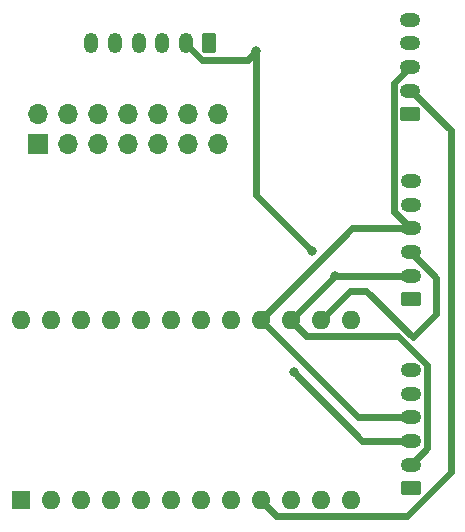
<source format=gbr>
%TF.GenerationSoftware,KiCad,Pcbnew,(6.0.9)*%
%TF.CreationDate,2023-01-21T18:50:51-09:00*%
%TF.ProjectId,CONTROLLER_Stick,434f4e54-524f-44c4-9c45-525f53746963,rev?*%
%TF.SameCoordinates,Original*%
%TF.FileFunction,Copper,L3,Inr*%
%TF.FilePolarity,Positive*%
%FSLAX46Y46*%
G04 Gerber Fmt 4.6, Leading zero omitted, Abs format (unit mm)*
G04 Created by KiCad (PCBNEW (6.0.9)) date 2023-01-21 18:50:51*
%MOMM*%
%LPD*%
G01*
G04 APERTURE LIST*
G04 Aperture macros list*
%AMRoundRect*
0 Rectangle with rounded corners*
0 $1 Rounding radius*
0 $2 $3 $4 $5 $6 $7 $8 $9 X,Y pos of 4 corners*
0 Add a 4 corners polygon primitive as box body*
4,1,4,$2,$3,$4,$5,$6,$7,$8,$9,$2,$3,0*
0 Add four circle primitives for the rounded corners*
1,1,$1+$1,$2,$3*
1,1,$1+$1,$4,$5*
1,1,$1+$1,$6,$7*
1,1,$1+$1,$8,$9*
0 Add four rect primitives between the rounded corners*
20,1,$1+$1,$2,$3,$4,$5,0*
20,1,$1+$1,$4,$5,$6,$7,0*
20,1,$1+$1,$6,$7,$8,$9,0*
20,1,$1+$1,$8,$9,$2,$3,0*%
G04 Aperture macros list end*
%TA.AperFunction,ComponentPad*%
%ADD10RoundRect,0.250000X0.625000X-0.350000X0.625000X0.350000X-0.625000X0.350000X-0.625000X-0.350000X0*%
%TD*%
%TA.AperFunction,ComponentPad*%
%ADD11O,1.750000X1.200000*%
%TD*%
%TA.AperFunction,ComponentPad*%
%ADD12R,1.600000X1.600000*%
%TD*%
%TA.AperFunction,ComponentPad*%
%ADD13O,1.600000X1.600000*%
%TD*%
%TA.AperFunction,ComponentPad*%
%ADD14RoundRect,0.250000X0.350000X0.625000X-0.350000X0.625000X-0.350000X-0.625000X0.350000X-0.625000X0*%
%TD*%
%TA.AperFunction,ComponentPad*%
%ADD15O,1.200000X1.750000*%
%TD*%
%TA.AperFunction,ComponentPad*%
%ADD16O,1.700000X1.700000*%
%TD*%
%TA.AperFunction,ComponentPad*%
%ADD17R,1.700000X1.700000*%
%TD*%
%TA.AperFunction,ViaPad*%
%ADD18C,0.800000*%
%TD*%
%TA.AperFunction,Conductor*%
%ADD19C,0.609600*%
%TD*%
G04 APERTURE END LIST*
D10*
%TO.N,+5V*%
%TO.C,J4*%
X35000000Y-10000000D03*
D11*
%TO.N,/CSg*%
X35000000Y-8000000D03*
%TO.N,/SCK*%
X35000000Y-6000000D03*
%TO.N,/MISOg*%
X35000000Y-4000000D03*
%TO.N,GND*%
X35000000Y-2000000D03*
%TD*%
D10*
%TO.N,+5V*%
%TO.C,J2*%
X35024000Y-41670000D03*
D11*
%TO.N,/MISO*%
X35024000Y-39670000D03*
%TO.N,/MOSI*%
X35024000Y-37670000D03*
%TO.N,/SCK*%
X35024000Y-35670000D03*
%TO.N,/CSy*%
X35024000Y-33670000D03*
%TO.N,GND*%
X35024000Y-31670000D03*
%TD*%
D10*
%TO.N,+5V*%
%TO.C,J1*%
X35024000Y-25670000D03*
D11*
%TO.N,/MISO*%
X35024000Y-23670000D03*
%TO.N,/MOSI*%
X35024000Y-21670000D03*
%TO.N,/SCK*%
X35024000Y-19670000D03*
%TO.N,/CSx*%
X35024000Y-17670000D03*
%TO.N,GND*%
X35024000Y-15670000D03*
%TD*%
D12*
%TO.N,/D1*%
%TO.C,U1*%
X2004000Y-42688000D03*
D13*
%TO.N,/D0*%
X4544000Y-42688000D03*
%TO.N,GND*%
X7084000Y-42688000D03*
X9624000Y-42688000D03*
%TO.N,/D2*%
X12164000Y-42688000D03*
%TO.N,/~{D3}*%
X14704000Y-42688000D03*
%TO.N,/D4A6*%
X17244000Y-42688000D03*
%TO.N,/~{D5}*%
X19784000Y-42688000D03*
%TO.N,/CSg*%
X22324000Y-42688000D03*
%TO.N,/CSz*%
X24864000Y-42688000D03*
%TO.N,/CSy*%
X27404000Y-42688000D03*
%TO.N,/CSx*%
X29944000Y-42688000D03*
%TO.N,/~{D10A10}*%
X29944000Y-27448000D03*
%TO.N,/MOSI*%
X27404000Y-27448000D03*
%TO.N,/MISO*%
X24864000Y-27448000D03*
%TO.N,/SCK*%
X22324000Y-27448000D03*
%TO.N,/A0*%
X19784000Y-27448000D03*
%TO.N,/A1*%
X17244000Y-27448000D03*
%TO.N,/A2*%
X14704000Y-27448000D03*
%TO.N,/A3*%
X12164000Y-27448000D03*
%TO.N,+5V*%
X9624000Y-27448000D03*
%TO.N,/RST*%
X7084000Y-27448000D03*
%TO.N,GND*%
X4544000Y-27448000D03*
%TO.N,Net-(U1-Pad24)*%
X2004000Y-27448000D03*
%TD*%
D14*
%TO.N,+5V*%
%TO.C,J3*%
X18000000Y-4000000D03*
D15*
%TO.N,/MISO*%
X16000000Y-4000000D03*
%TO.N,/MOSI*%
X14000000Y-4000000D03*
%TO.N,/SCK*%
X12000000Y-4000000D03*
%TO.N,/CSz*%
X10000000Y-4000000D03*
%TO.N,GND*%
X8000000Y-4000000D03*
%TD*%
D16*
%TO.N,GND*%
%TO.C,J5*%
X18740000Y-9960000D03*
X18740000Y-12500000D03*
%TO.N,/~{D10A10}*%
X16200000Y-9960000D03*
%TO.N,/~{D5}*%
X16200000Y-12500000D03*
%TO.N,/A0*%
X13660000Y-9960000D03*
%TO.N,/D4A6*%
X13660000Y-12500000D03*
%TO.N,/A1*%
X11120000Y-9960000D03*
%TO.N,/~{D3}*%
X11120000Y-12500000D03*
%TO.N,/A2*%
X8580000Y-9960000D03*
%TO.N,/D2*%
X8580000Y-12500000D03*
%TO.N,/A3*%
X6040000Y-9960000D03*
%TO.N,/D0*%
X6040000Y-12500000D03*
%TO.N,+5V*%
X3500000Y-9960000D03*
D17*
%TO.N,/D1*%
X3500000Y-12500000D03*
%TD*%
D18*
%TO.N,/MOSI*%
X25146000Y-31859500D03*
%TO.N,/MISO*%
X21971000Y-4681500D03*
X26670000Y-21572500D03*
X28642000Y-23670000D03*
%TD*%
D19*
%TO.N,/SCK*%
X30102000Y-19670000D02*
X35024000Y-19670000D01*
X22324000Y-27448000D02*
X30102000Y-19670000D01*
X30546000Y-35670000D02*
X35024000Y-35670000D01*
X22324000Y-27448000D02*
X30546000Y-35670000D01*
X33620190Y-7379810D02*
X35000000Y-6000000D01*
X33620190Y-18266190D02*
X33620190Y-7379810D01*
X35024000Y-19670000D02*
X33620190Y-18266190D01*
%TO.N,/MOSI*%
X37211000Y-23857000D02*
X35024000Y-21670000D01*
X37211000Y-26906499D02*
X37211000Y-23857000D01*
X35226949Y-28890550D02*
X37211000Y-26906499D01*
X31274399Y-24938000D02*
X35226949Y-28890550D01*
X29914000Y-24938000D02*
X31274399Y-24938000D01*
X27404000Y-27448000D02*
X29914000Y-24938000D01*
X35024000Y-37670000D02*
X30956500Y-37670000D01*
X30956500Y-37670000D02*
X25146000Y-31859500D01*
%TO.N,/MISO*%
X28642000Y-23670000D02*
X35024000Y-23670000D01*
X24864000Y-27448000D02*
X28642000Y-23670000D01*
X36403810Y-31212373D02*
X36403810Y-38290190D01*
X24864000Y-27448000D02*
X26168801Y-28752801D01*
X33944238Y-28752801D02*
X36403810Y-31212373D01*
X36403810Y-38290190D02*
X35024000Y-39670000D01*
X26168801Y-28752801D02*
X33944238Y-28752801D01*
X21971000Y-4681500D02*
X21971000Y-16873500D01*
X21971000Y-16873500D02*
X26670000Y-21572500D01*
X28642000Y-23670000D02*
X28642000Y-23670000D01*
X16000000Y-4042464D02*
X16000000Y-4000000D01*
X17337346Y-5379810D02*
X16000000Y-4042464D01*
X21272690Y-5379810D02*
X17337346Y-5379810D01*
X21971000Y-4681500D02*
X21272690Y-5379810D01*
%TO.N,/CSg*%
X35042464Y-8000000D02*
X38417500Y-11375036D01*
X35000000Y-8000000D02*
X35042464Y-8000000D01*
X23628801Y-43992801D02*
X22324000Y-42688000D01*
X34743663Y-43992801D02*
X23628801Y-43992801D01*
X38417500Y-40318964D02*
X34743663Y-43992801D01*
X38417500Y-11375036D02*
X38417500Y-40318964D01*
%TD*%
M02*

</source>
